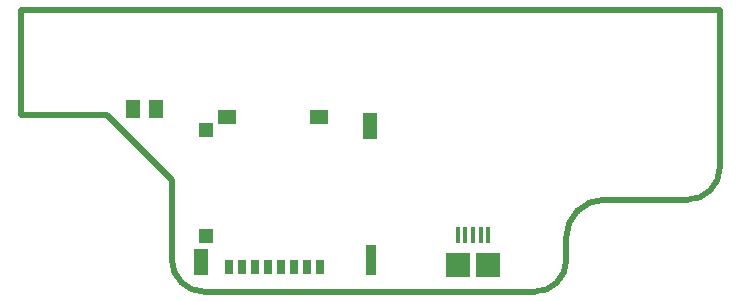
<source format=gtp>
G04*
G04 #@! TF.GenerationSoftware,Altium Limited,CircuitStudio,1.5.2 (30)*
G04*
G04 Layer_Color=7318015*
%FSLAX44Y44*%
%MOMM*%
G71*
G01*
G75*
%ADD11R,0.4000X1.4000*%
%ADD12R,2.0000X2.0000*%
%ADD13R,1.5000X1.1500*%
%ADD14R,1.1500X2.2000*%
%ADD15R,1.1600X1.2000*%
%ADD16R,1.1600X1.2500*%
%ADD17R,0.9500X2.5000*%
%ADD18R,0.8000X1.2400*%
%ADD19R,1.3000X1.6000*%
%ADD21C,0.5000*%
D11*
X539240Y319295D02*
D03*
X545740D02*
D03*
X552240D02*
D03*
X558740D02*
D03*
X565240D02*
D03*
D12*
X539740Y293795D02*
D03*
X564740D02*
D03*
D13*
X344300Y419600D02*
D03*
X422100D02*
D03*
D14*
X465150Y411650D02*
D03*
X322250Y296850D02*
D03*
D15*
X326300Y408350D02*
D03*
D16*
Y318350D02*
D03*
D17*
X466150Y298350D02*
D03*
D18*
X345700Y292050D02*
D03*
X356700D02*
D03*
X367700D02*
D03*
X378700D02*
D03*
X389700D02*
D03*
X400700D02*
D03*
X411700D02*
D03*
X422700D02*
D03*
D19*
X283740Y426295D02*
D03*
X264740D02*
D03*
D21*
X297169Y298995D02*
G03*
X324869Y271295I27700J0D01*
G01*
X604286D02*
G03*
X631240Y298249I0J26955D01*
G01*
X734015Y349295D02*
G03*
X761240Y376520I0J27225D01*
G01*
X662940Y349295D02*
G03*
X641260Y340315I0J-30661D01*
G01*
X640220Y339275D02*
G03*
X631240Y317595I21680J-21680D01*
G01*
Y298249D02*
Y317595D01*
X324869Y271295D02*
X604286D01*
X761240Y376520D02*
Y393995D01*
X614240Y510000D02*
X761240D01*
Y393995D02*
Y510000D01*
X662940Y349295D02*
X734015D01*
X640220Y339275D02*
X641260Y340315D01*
X169240Y510000D02*
X614240D01*
X169240Y421295D02*
Y510000D01*
X297169Y298995D02*
Y366295D01*
X242169Y421295D02*
X297169Y366295D01*
X169240Y421295D02*
X242169D01*
M02*

</source>
